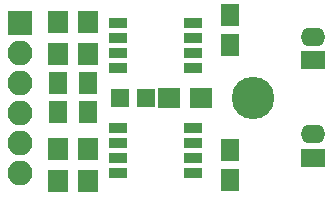
<source format=gts>
G04 #@! TF.FileFunction,Soldermask,Top*
%FSLAX46Y46*%
G04 Gerber Fmt 4.6, Leading zero omitted, Abs format (unit mm)*
G04 Created by KiCad (PCBNEW 4.0.6-e0-6349~53~ubuntu16.04.1) date Fri Apr 14 17:40:12 2017*
%MOMM*%
%LPD*%
G01*
G04 APERTURE LIST*
%ADD10C,0.100000*%
%ADD11R,2.100000X1.600000*%
%ADD12O,2.100000X1.600000*%
%ADD13R,1.650000X1.900000*%
%ADD14R,1.600000X1.600000*%
%ADD15R,2.100000X2.100000*%
%ADD16O,2.100000X2.100000*%
%ADD17R,1.900000X1.700000*%
%ADD18R,1.700000X1.900000*%
%ADD19C,3.600000*%
%ADD20R,1.543000X0.908000*%
G04 APERTURE END LIST*
D10*
D11*
X188595000Y-93980000D03*
D12*
X188595000Y-91980000D03*
D11*
X188595000Y-85725000D03*
D12*
X188595000Y-83725000D03*
D13*
X167005000Y-87650000D03*
X167005000Y-90150000D03*
X169545000Y-87650000D03*
X169545000Y-90150000D03*
X181610000Y-84435000D03*
X181610000Y-81935000D03*
X181610000Y-95865000D03*
X181610000Y-93365000D03*
D14*
X174455000Y-88900000D03*
X172255000Y-88900000D03*
D15*
X163830000Y-82550000D03*
D16*
X163830000Y-85090000D03*
X163830000Y-87630000D03*
X163830000Y-90170000D03*
X163830000Y-92710000D03*
X163830000Y-95250000D03*
D17*
X179150000Y-88900000D03*
X176450000Y-88900000D03*
D18*
X167005000Y-85170000D03*
X167005000Y-82470000D03*
X169545000Y-85170000D03*
X169545000Y-82470000D03*
X169545000Y-93265000D03*
X169545000Y-95965000D03*
X167005000Y-93265000D03*
X167005000Y-95965000D03*
D19*
X183515000Y-88900000D03*
D20*
X172085000Y-86360000D03*
X172085000Y-85090000D03*
X172085000Y-83820000D03*
X172085000Y-82550000D03*
X178435000Y-82550000D03*
X178435000Y-83820000D03*
X178435000Y-85090000D03*
X178435000Y-86360000D03*
X172085000Y-95250000D03*
X172085000Y-93980000D03*
X172085000Y-92710000D03*
X172085000Y-91440000D03*
X178435000Y-91440000D03*
X178435000Y-92710000D03*
X178435000Y-93980000D03*
X178435000Y-95250000D03*
M02*

</source>
